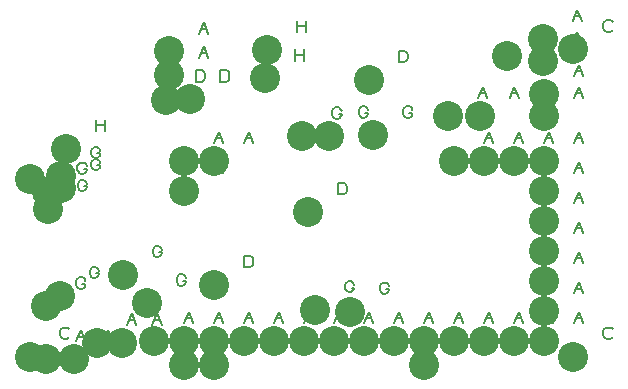
<source format=gbr>
%FSLAX23Y23*%
%MOIN*%
G04 EasyPC Gerber Version 17.0 Build 3379 *
%ADD10C,0.00500*%
%ADD118C,0.10000*%
X0Y0D02*
D02*
D10*
X185Y136D02*
X182Y133D01*
X176Y130*
X167*
X160Y133*
X157Y136*
X154Y142*
Y155*
X157Y161*
X160Y164*
X167Y167*
X176*
X182Y164*
X185Y161*
Y726D02*
X182Y723D01*
X176Y720*
X167*
X160Y723*
X157Y726*
X154Y733*
Y745*
X157Y751*
X160Y755*
X167Y758*
X176*
X182Y755*
X185Y751*
X207Y121D02*
X223Y159D01*
X239Y121*
X214Y137D02*
X232D01*
X229Y313D02*
X239D01*
Y309*
X236Y303*
X233Y300*
X226Y297*
X220*
X214Y300*
X211Y303*
X207Y309*
Y322*
X211Y328*
X214Y331*
X220Y334*
X226*
X233Y331*
X236Y328*
X239Y322*
X234Y695D02*
X244D01*
Y692*
X241Y686*
X237Y682*
X231Y679*
X225*
X219Y682*
X216Y686*
X212Y692*
Y704*
X216Y711*
X219Y714*
X225Y717*
X231*
X237Y714*
X241Y711*
X244Y704*
X234Y638D02*
X244D01*
Y634*
X241Y628*
X238Y625*
X231Y622*
X225*
X219Y625*
X216Y628*
X213Y634*
Y647*
X216Y653*
X219Y656*
X225Y659*
X231*
X238Y656*
X241Y653*
X244Y647*
X274Y348D02*
X284D01*
Y344*
X281Y338*
X278Y335*
X271Y332*
X265*
X259Y335*
X256Y338*
X253Y344*
Y357*
X256Y363*
X259Y366*
X265Y369*
X271*
X278Y366*
X281Y363*
X284Y357*
X279Y708D02*
X289D01*
Y704*
X286Y698*
X282Y695*
X276Y692*
X270*
X264Y695*
X261Y698*
X258Y704*
Y717*
X261Y723*
X264Y726*
X270Y729*
X276*
X282Y726*
X286Y723*
X289Y717*
X279Y748D02*
X289D01*
Y744*
X286Y738*
X282Y735*
X276Y732*
X270*
X264Y735*
X261Y738*
X258Y744*
Y757*
X261Y763*
X264Y766*
X270Y769*
X276*
X282Y766*
X286Y763*
X289Y757*
X273Y822D02*
Y859D01*
Y841D02*
X304D01*
Y822D02*
Y859D01*
X300Y121D02*
X315Y159D01*
X331Y121*
X306Y137D02*
X325D01*
X378Y177D02*
X393Y214D01*
X409Y177*
X384Y193D02*
X403D01*
X462Y176D02*
X478Y214D01*
X493Y176*
X468Y192D02*
X487D01*
X484Y418D02*
X494D01*
Y414*
X491Y408*
X488Y405*
X481Y402*
X475*
X469Y405*
X466Y408*
X463Y414*
Y427*
X466Y433*
X469Y436*
X475Y439*
X481*
X488Y436*
X491Y433*
X494Y427*
X564Y323D02*
X574D01*
Y319*
X571Y313*
X568Y310*
X561Y307*
X555*
X549Y310*
X546Y313*
X543Y319*
Y332*
X546Y338*
X549Y341*
X555Y344*
X561*
X568Y341*
X571Y338*
X574Y332*
X568Y182D02*
X583Y219D01*
X599Y182*
X574Y198D02*
X593D01*
X607Y986D02*
Y1024D01*
X626*
X632Y1021*
X635Y1018*
X638Y1011*
Y999*
X635Y993*
X632Y989*
X626Y986*
X607*
X618Y1067D02*
X633Y1104D01*
X649Y1067*
X624Y1083D02*
X643D01*
X618Y1147D02*
X633Y1184D01*
X649Y1147*
X624Y1163D02*
X643D01*
X668Y102D02*
X683Y139D01*
X699Y102*
X674Y117D02*
X693D01*
X668Y182D02*
X683Y219D01*
X699Y182*
X674Y198D02*
X693D01*
X668Y682D02*
X683Y719D01*
X699Y682*
X674Y698D02*
X693D01*
X668Y782D02*
X683Y819D01*
X699Y782*
X674Y798D02*
X693D01*
X688Y987D02*
Y1024D01*
X706*
X713Y1021*
X716Y1018*
X719Y1012*
Y999*
X716Y993*
X713Y990*
X706Y987*
X688*
X768Y102D02*
X783Y139D01*
X799Y102*
X774Y117D02*
X793D01*
X768Y182D02*
X783Y219D01*
X799Y182*
X774Y198D02*
X793D01*
X768Y782D02*
X783Y819D01*
X799Y782*
X774Y798D02*
X793D01*
X768Y368D02*
Y406D01*
X787*
X793Y402*
X796Y399*
X799Y393*
Y381*
X796Y374*
X793Y371*
X787Y368*
X768*
X868Y182D02*
X883Y219D01*
X899Y182*
X874Y198D02*
X892D01*
X938Y1057D02*
Y1094D01*
Y1076D02*
X969D01*
Y1057D02*
Y1094D01*
X943Y1152D02*
Y1189D01*
Y1171D02*
X974D01*
Y1152D02*
Y1189D01*
X968Y182D02*
X983Y219D01*
X999Y182*
X974Y198D02*
X993D01*
X1083Y879D02*
X1093D01*
Y876*
X1089Y870*
X1086Y867*
X1080Y863*
X1074*
X1068Y867*
X1064Y870*
X1061Y876*
Y888*
X1064Y895*
X1068Y898*
X1074Y901*
X1080*
X1086Y898*
X1089Y895*
X1093Y888*
X1067Y182D02*
X1083Y219D01*
X1099Y182*
X1074Y198D02*
X1093D01*
X1081Y611D02*
Y648D01*
X1100*
X1106Y645*
X1109Y642*
X1112Y636*
Y623*
X1109Y617*
X1106Y614*
X1100Y611*
X1081*
X1126Y300D02*
X1135D01*
Y297*
X1132Y291*
X1129Y288*
X1123Y284*
X1116*
X1110Y288*
X1107Y291*
X1104Y297*
Y309*
X1107Y316*
X1110Y319*
X1116Y322*
X1123*
X1129Y319*
X1132Y316*
X1135Y309*
X1172Y882D02*
X1181D01*
Y879*
X1178Y873*
X1175Y870*
X1168Y867*
X1162*
X1156Y870*
X1153Y873*
X1150Y879*
Y892*
X1153Y898*
X1156Y901*
X1162Y904*
X1168*
X1175Y901*
X1178Y898*
X1181Y892*
X1168Y182D02*
X1183Y219D01*
X1199Y182*
X1174Y198D02*
X1192D01*
X1242Y295D02*
X1251D01*
Y292*
X1248Y286*
X1245Y283*
X1239Y279*
X1232*
X1226Y283*
X1223Y286*
X1220Y292*
Y304*
X1223Y311*
X1226Y314*
X1232Y317*
X1239*
X1245Y314*
X1248Y311*
X1251Y304*
X1268Y182D02*
X1283Y219D01*
X1299Y182*
X1274Y198D02*
X1293D01*
X1283Y1052D02*
Y1089D01*
X1301*
X1308Y1086*
X1311Y1083*
X1314Y1077*
Y1064*
X1311Y1058*
X1308Y1055*
X1301Y1052*
X1283*
X1319Y883D02*
X1329D01*
Y879*
X1326Y873*
X1323Y870*
X1316Y867*
X1310*
X1304Y870*
X1301Y873*
X1298Y879*
Y892*
X1301Y898*
X1304Y901*
X1310Y904*
X1316*
X1323Y901*
X1326Y898*
X1329Y892*
X1368Y182D02*
X1383Y219D01*
X1399Y182*
X1374Y198D02*
X1393D01*
X1468Y102D02*
X1483Y139D01*
X1499Y102*
X1474Y117D02*
X1493D01*
X1468Y182D02*
X1483Y219D01*
X1499Y182*
X1474Y198D02*
X1493D01*
X1548Y932D02*
X1563Y969D01*
X1579Y932*
X1554Y948D02*
X1573D01*
X1568Y182D02*
X1583Y219D01*
X1599Y182*
X1574Y198D02*
X1593D01*
X1568Y782D02*
X1583Y819D01*
X1599Y782*
X1574Y798D02*
X1593D01*
X1653Y932D02*
X1668Y969D01*
X1684Y932*
X1659Y948D02*
X1678D01*
X1668Y182D02*
X1683Y219D01*
X1699Y182*
X1674Y198D02*
X1692D01*
X1668Y782D02*
X1683Y819D01*
X1699Y782*
X1674Y798D02*
X1692D01*
X1743Y1132D02*
Y1169D01*
X1761*
X1768Y1166*
X1771Y1163*
X1774Y1157*
Y1144*
X1771Y1138*
X1768Y1135*
X1761Y1132*
X1743*
X1768Y182D02*
X1783Y219D01*
X1799Y182*
X1774Y198D02*
X1793D01*
X1768Y782D02*
X1783Y819D01*
X1799Y782*
X1774Y798D02*
X1793D01*
X1863Y1115D02*
X1878Y1152D01*
X1894Y1115*
X1869Y1131D02*
X1888D01*
X1863Y1189D02*
X1878Y1226D01*
X1894Y1189*
X1869Y1204D02*
X1888D01*
X1868Y182D02*
X1883Y219D01*
X1899Y182*
X1874Y198D02*
X1893D01*
X1868Y282D02*
X1883Y319D01*
X1899Y282*
X1874Y297D02*
X1893D01*
X1868Y382D02*
X1883Y419D01*
X1899Y382*
X1874Y398D02*
X1893D01*
X1868Y482D02*
X1883Y519D01*
X1899Y482*
X1874Y498D02*
X1893D01*
X1868Y582D02*
X1883Y619D01*
X1899Y582*
X1874Y598D02*
X1893D01*
X1868Y682D02*
X1883Y719D01*
X1899Y682*
X1874Y698D02*
X1893D01*
X1868Y782D02*
X1883Y819D01*
X1899Y782*
X1874Y798D02*
X1893D01*
X1868Y932D02*
X1883Y969D01*
X1899Y932*
X1874Y948D02*
X1893D01*
X1868Y1006D02*
X1883Y1043D01*
X1899Y1006*
X1874Y1021D02*
X1893D01*
X1996Y1160D02*
X1993Y1156D01*
X1987Y1153*
X1977*
X1971Y1156*
X1968Y1160*
X1965Y1166*
Y1178*
X1968Y1185*
X1971Y1188*
X1977Y1191*
X1987*
X1993Y1188*
X1996Y1185*
X1996Y136D02*
X1993Y133D01*
X1987Y130*
X1978*
X1971Y133*
X1968Y136*
X1965Y142*
Y155*
X1968Y161*
X1971Y164*
X1978Y167*
X1987*
X1993Y164*
X1996Y161*
D02*
D118*
X54Y70D03*
Y661D03*
X107Y62D03*
X108Y238D03*
X112Y620D03*
X113Y563D03*
X153Y273D03*
X158Y632D03*
Y673D03*
X173Y763D03*
X200Y62D03*
X278Y117D03*
X362Y117D03*
X363Y343D03*
X443Y248D03*
X468Y123D03*
X507Y927D03*
X518Y1008D03*
Y1088D03*
X568Y43D03*
Y123D03*
Y623D03*
Y723D03*
X588Y928D03*
X668Y43D03*
Y123D03*
Y723D03*
X668Y309D03*
X768Y123D03*
X838Y998D03*
X843Y1093D03*
X868Y123D03*
X961Y804D03*
X968Y123D03*
X981Y551D03*
X1004Y225D03*
X1050Y807D03*
X1067Y123D03*
X1120Y220D03*
X1168Y123D03*
X1183Y993D03*
X1198Y808D03*
X1268Y123D03*
X1368Y43D03*
Y123D03*
X1448Y873D03*
X1468Y123D03*
Y723D03*
X1553Y873D03*
X1568Y123D03*
Y723D03*
X1643Y1073D03*
X1668Y123D03*
Y723D03*
X1763Y1056D03*
Y1129D03*
X1768Y123D03*
Y223D03*
Y323D03*
Y423D03*
Y523D03*
Y623D03*
Y723D03*
Y873D03*
Y946D03*
X1865Y1094D03*
X1865Y70D03*
X0Y0D02*
M02*

</source>
